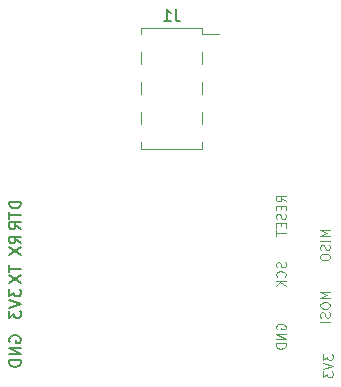
<source format=gbr>
%TF.GenerationSoftware,KiCad,Pcbnew,(5.1.9)-1*%
%TF.CreationDate,2021-05-09T22:41:15+02:00*%
%TF.ProjectId,HB-RC-6-PBU-LED,48422d52-432d-4362-9d50-42552d4c4544,rev?*%
%TF.SameCoordinates,Original*%
%TF.FileFunction,Legend,Bot*%
%TF.FilePolarity,Positive*%
%FSLAX46Y46*%
G04 Gerber Fmt 4.6, Leading zero omitted, Abs format (unit mm)*
G04 Created by KiCad (PCBNEW (5.1.9)-1) date 2021-05-09 22:41:15*
%MOMM*%
%LPD*%
G01*
G04 APERTURE LIST*
%ADD10C,0.125000*%
%ADD11C,0.150000*%
%ADD12C,0.120000*%
G04 APERTURE END LIST*
D10*
X204361904Y-84338095D02*
X203980952Y-84071428D01*
X204361904Y-83880952D02*
X203561904Y-83880952D01*
X203561904Y-84185714D01*
X203600000Y-84261904D01*
X203638095Y-84300000D01*
X203714285Y-84338095D01*
X203828571Y-84338095D01*
X203904761Y-84300000D01*
X203942857Y-84261904D01*
X203980952Y-84185714D01*
X203980952Y-83880952D01*
X203942857Y-84680952D02*
X203942857Y-84947619D01*
X204361904Y-85061904D02*
X204361904Y-84680952D01*
X203561904Y-84680952D01*
X203561904Y-85061904D01*
X204323809Y-85366666D02*
X204361904Y-85480952D01*
X204361904Y-85671428D01*
X204323809Y-85747619D01*
X204285714Y-85785714D01*
X204209523Y-85823809D01*
X204133333Y-85823809D01*
X204057142Y-85785714D01*
X204019047Y-85747619D01*
X203980952Y-85671428D01*
X203942857Y-85519047D01*
X203904761Y-85442857D01*
X203866666Y-85404761D01*
X203790476Y-85366666D01*
X203714285Y-85366666D01*
X203638095Y-85404761D01*
X203600000Y-85442857D01*
X203561904Y-85519047D01*
X203561904Y-85709523D01*
X203600000Y-85823809D01*
X203942857Y-86166666D02*
X203942857Y-86433333D01*
X204361904Y-86547619D02*
X204361904Y-86166666D01*
X203561904Y-86166666D01*
X203561904Y-86547619D01*
X203561904Y-86776190D02*
X203561904Y-87233333D01*
X204361904Y-87004761D02*
X203561904Y-87004761D01*
X208111904Y-86742857D02*
X207311904Y-86742857D01*
X207883333Y-87009523D01*
X207311904Y-87276190D01*
X208111904Y-87276190D01*
X208111904Y-87657142D02*
X207311904Y-87657142D01*
X208073809Y-88000000D02*
X208111904Y-88114285D01*
X208111904Y-88304761D01*
X208073809Y-88380952D01*
X208035714Y-88419047D01*
X207959523Y-88457142D01*
X207883333Y-88457142D01*
X207807142Y-88419047D01*
X207769047Y-88380952D01*
X207730952Y-88304761D01*
X207692857Y-88152380D01*
X207654761Y-88076190D01*
X207616666Y-88038095D01*
X207540476Y-88000000D01*
X207464285Y-88000000D01*
X207388095Y-88038095D01*
X207350000Y-88076190D01*
X207311904Y-88152380D01*
X207311904Y-88342857D01*
X207350000Y-88457142D01*
X207311904Y-88952380D02*
X207311904Y-89104761D01*
X207350000Y-89180952D01*
X207426190Y-89257142D01*
X207578571Y-89295238D01*
X207845238Y-89295238D01*
X207997619Y-89257142D01*
X208073809Y-89180952D01*
X208111904Y-89104761D01*
X208111904Y-88952380D01*
X208073809Y-88876190D01*
X207997619Y-88800000D01*
X207845238Y-88761904D01*
X207578571Y-88761904D01*
X207426190Y-88800000D01*
X207350000Y-88876190D01*
X207311904Y-88952380D01*
X204323809Y-89471428D02*
X204361904Y-89585714D01*
X204361904Y-89776190D01*
X204323809Y-89852380D01*
X204285714Y-89890476D01*
X204209523Y-89928571D01*
X204133333Y-89928571D01*
X204057142Y-89890476D01*
X204019047Y-89852380D01*
X203980952Y-89776190D01*
X203942857Y-89623809D01*
X203904761Y-89547619D01*
X203866666Y-89509523D01*
X203790476Y-89471428D01*
X203714285Y-89471428D01*
X203638095Y-89509523D01*
X203600000Y-89547619D01*
X203561904Y-89623809D01*
X203561904Y-89814285D01*
X203600000Y-89928571D01*
X204285714Y-90728571D02*
X204323809Y-90690476D01*
X204361904Y-90576190D01*
X204361904Y-90500000D01*
X204323809Y-90385714D01*
X204247619Y-90309523D01*
X204171428Y-90271428D01*
X204019047Y-90233333D01*
X203904761Y-90233333D01*
X203752380Y-90271428D01*
X203676190Y-90309523D01*
X203600000Y-90385714D01*
X203561904Y-90500000D01*
X203561904Y-90576190D01*
X203600000Y-90690476D01*
X203638095Y-90728571D01*
X204361904Y-91071428D02*
X203561904Y-91071428D01*
X204361904Y-91528571D02*
X203904761Y-91185714D01*
X203561904Y-91528571D02*
X204019047Y-91071428D01*
X208111904Y-91992857D02*
X207311904Y-91992857D01*
X207883333Y-92259523D01*
X207311904Y-92526190D01*
X208111904Y-92526190D01*
X207311904Y-93059523D02*
X207311904Y-93211904D01*
X207350000Y-93288095D01*
X207426190Y-93364285D01*
X207578571Y-93402380D01*
X207845238Y-93402380D01*
X207997619Y-93364285D01*
X208073809Y-93288095D01*
X208111904Y-93211904D01*
X208111904Y-93059523D01*
X208073809Y-92983333D01*
X207997619Y-92907142D01*
X207845238Y-92869047D01*
X207578571Y-92869047D01*
X207426190Y-92907142D01*
X207350000Y-92983333D01*
X207311904Y-93059523D01*
X208073809Y-93707142D02*
X208111904Y-93821428D01*
X208111904Y-94011904D01*
X208073809Y-94088095D01*
X208035714Y-94126190D01*
X207959523Y-94164285D01*
X207883333Y-94164285D01*
X207807142Y-94126190D01*
X207769047Y-94088095D01*
X207730952Y-94011904D01*
X207692857Y-93859523D01*
X207654761Y-93783333D01*
X207616666Y-93745238D01*
X207540476Y-93707142D01*
X207464285Y-93707142D01*
X207388095Y-93745238D01*
X207350000Y-93783333D01*
X207311904Y-93859523D01*
X207311904Y-94050000D01*
X207350000Y-94164285D01*
X208111904Y-94507142D02*
X207311904Y-94507142D01*
X203600000Y-95140476D02*
X203561904Y-95064285D01*
X203561904Y-94950000D01*
X203600000Y-94835714D01*
X203676190Y-94759523D01*
X203752380Y-94721428D01*
X203904761Y-94683333D01*
X204019047Y-94683333D01*
X204171428Y-94721428D01*
X204247619Y-94759523D01*
X204323809Y-94835714D01*
X204361904Y-94950000D01*
X204361904Y-95026190D01*
X204323809Y-95140476D01*
X204285714Y-95178571D01*
X204019047Y-95178571D01*
X204019047Y-95026190D01*
X204361904Y-95521428D02*
X203561904Y-95521428D01*
X204361904Y-95978571D01*
X203561904Y-95978571D01*
X204361904Y-96359523D02*
X203561904Y-96359523D01*
X203561904Y-96550000D01*
X203600000Y-96664285D01*
X203676190Y-96740476D01*
X203752380Y-96778571D01*
X203904761Y-96816666D01*
X204019047Y-96816666D01*
X204171428Y-96778571D01*
X204247619Y-96740476D01*
X204323809Y-96664285D01*
X204361904Y-96550000D01*
X204361904Y-96359523D01*
X207561904Y-97259523D02*
X207561904Y-97754761D01*
X207866666Y-97488095D01*
X207866666Y-97602380D01*
X207904761Y-97678571D01*
X207942857Y-97716666D01*
X208019047Y-97754761D01*
X208209523Y-97754761D01*
X208285714Y-97716666D01*
X208323809Y-97678571D01*
X208361904Y-97602380D01*
X208361904Y-97373809D01*
X208323809Y-97297619D01*
X208285714Y-97259523D01*
X207561904Y-97983333D02*
X208361904Y-98250000D01*
X207561904Y-98516666D01*
X207561904Y-98707142D02*
X207561904Y-99202380D01*
X207866666Y-98935714D01*
X207866666Y-99050000D01*
X207904761Y-99126190D01*
X207942857Y-99164285D01*
X208019047Y-99202380D01*
X208209523Y-99202380D01*
X208285714Y-99164285D01*
X208323809Y-99126190D01*
X208361904Y-99050000D01*
X208361904Y-98821428D01*
X208323809Y-98745238D01*
X208285714Y-98707142D01*
D11*
X181000000Y-96238095D02*
X180952380Y-96142857D01*
X180952380Y-96000000D01*
X181000000Y-95857142D01*
X181095238Y-95761904D01*
X181190476Y-95714285D01*
X181380952Y-95666666D01*
X181523809Y-95666666D01*
X181714285Y-95714285D01*
X181809523Y-95761904D01*
X181904761Y-95857142D01*
X181952380Y-96000000D01*
X181952380Y-96095238D01*
X181904761Y-96238095D01*
X181857142Y-96285714D01*
X181523809Y-96285714D01*
X181523809Y-96095238D01*
X181952380Y-96714285D02*
X180952380Y-96714285D01*
X181952380Y-97285714D01*
X180952380Y-97285714D01*
X181952380Y-97761904D02*
X180952380Y-97761904D01*
X180952380Y-98000000D01*
X181000000Y-98142857D01*
X181095238Y-98238095D01*
X181190476Y-98285714D01*
X181380952Y-98333333D01*
X181523809Y-98333333D01*
X181714285Y-98285714D01*
X181809523Y-98238095D01*
X181904761Y-98142857D01*
X181952380Y-98000000D01*
X181952380Y-97761904D01*
X180952380Y-91761904D02*
X180952380Y-92380952D01*
X181333333Y-92047619D01*
X181333333Y-92190476D01*
X181380952Y-92285714D01*
X181428571Y-92333333D01*
X181523809Y-92380952D01*
X181761904Y-92380952D01*
X181857142Y-92333333D01*
X181904761Y-92285714D01*
X181952380Y-92190476D01*
X181952380Y-91904761D01*
X181904761Y-91809523D01*
X181857142Y-91761904D01*
X180952380Y-92666666D02*
X181952380Y-93000000D01*
X180952380Y-93333333D01*
X180952380Y-93571428D02*
X180952380Y-94190476D01*
X181333333Y-93857142D01*
X181333333Y-94000000D01*
X181380952Y-94095238D01*
X181428571Y-94142857D01*
X181523809Y-94190476D01*
X181761904Y-94190476D01*
X181857142Y-94142857D01*
X181904761Y-94095238D01*
X181952380Y-94000000D01*
X181952380Y-93714285D01*
X181904761Y-93619047D01*
X181857142Y-93571428D01*
X181952380Y-87883333D02*
X181476190Y-87550000D01*
X181952380Y-87311904D02*
X180952380Y-87311904D01*
X180952380Y-87692857D01*
X181000000Y-87788095D01*
X181047619Y-87835714D01*
X181142857Y-87883333D01*
X181285714Y-87883333D01*
X181380952Y-87835714D01*
X181428571Y-87788095D01*
X181476190Y-87692857D01*
X181476190Y-87311904D01*
X180952380Y-88216666D02*
X181952380Y-88883333D01*
X180952380Y-88883333D02*
X181952380Y-88216666D01*
X180952380Y-89738095D02*
X180952380Y-90309523D01*
X181952380Y-90023809D02*
X180952380Y-90023809D01*
X180952380Y-90547619D02*
X181952380Y-91214285D01*
X180952380Y-91214285D02*
X181952380Y-90547619D01*
X181952380Y-84357142D02*
X180952380Y-84357142D01*
X180952380Y-84595238D01*
X181000000Y-84738095D01*
X181095238Y-84833333D01*
X181190476Y-84880952D01*
X181380952Y-84928571D01*
X181523809Y-84928571D01*
X181714285Y-84880952D01*
X181809523Y-84833333D01*
X181904761Y-84738095D01*
X181952380Y-84595238D01*
X181952380Y-84357142D01*
X180952380Y-85214285D02*
X180952380Y-85785714D01*
X181952380Y-85500000D02*
X180952380Y-85500000D01*
X181952380Y-86690476D02*
X181476190Y-86357142D01*
X181952380Y-86119047D02*
X180952380Y-86119047D01*
X180952380Y-86500000D01*
X181000000Y-86595238D01*
X181047619Y-86642857D01*
X181142857Y-86690476D01*
X181285714Y-86690476D01*
X181380952Y-86642857D01*
X181428571Y-86595238D01*
X181476190Y-86500000D01*
X181476190Y-86119047D01*
D12*
%TO.C,J1*%
X192125000Y-76800000D02*
X192125000Y-77820000D01*
X197325000Y-76800000D02*
X197325000Y-77820000D01*
X192125000Y-74260000D02*
X192125000Y-75280000D01*
X197325000Y-74260000D02*
X197325000Y-75280000D01*
X192125000Y-71720000D02*
X192125000Y-72740000D01*
X197325000Y-71720000D02*
X197325000Y-72740000D01*
X192125000Y-79340000D02*
X192125000Y-79910000D01*
X197325000Y-79340000D02*
X197325000Y-79910000D01*
X192125000Y-69630000D02*
X192125000Y-70200000D01*
X197325000Y-69630000D02*
X197325000Y-70200000D01*
X198765000Y-70200000D02*
X197325000Y-70200000D01*
X197325000Y-79910000D02*
X192125000Y-79910000D01*
X197325000Y-69630000D02*
X192125000Y-69630000D01*
D11*
X195058333Y-68082380D02*
X195058333Y-68796666D01*
X195105952Y-68939523D01*
X195201190Y-69034761D01*
X195344047Y-69082380D01*
X195439285Y-69082380D01*
X194058333Y-69082380D02*
X194629761Y-69082380D01*
X194344047Y-69082380D02*
X194344047Y-68082380D01*
X194439285Y-68225238D01*
X194534523Y-68320476D01*
X194629761Y-68368095D01*
%TD*%
M02*

</source>
